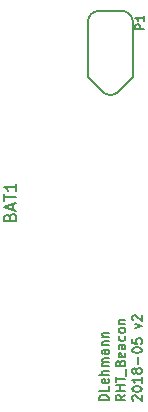
<source format=gto>
G04 #@! TF.FileFunction,Legend,Top*
%FSLAX46Y46*%
G04 Gerber Fmt 4.6, Leading zero omitted, Abs format (unit mm)*
G04 Created by KiCad (PCBNEW 4.0.7-e2-6376~61~ubuntu18.04.1) date Mon Jun  4 01:42:22 2018*
%MOMM*%
%LPD*%
G01*
G04 APERTURE LIST*
%ADD10C,0.100000*%
%ADD11C,0.200000*%
%ADD12C,0.127000*%
%ADD13C,0.150000*%
G04 APERTURE END LIST*
D10*
D11*
X116690905Y-131000524D02*
X115890905Y-131000524D01*
X115890905Y-130810048D01*
X115929000Y-130695762D01*
X116005190Y-130619571D01*
X116081381Y-130581476D01*
X116233762Y-130543381D01*
X116348048Y-130543381D01*
X116500429Y-130581476D01*
X116576619Y-130619571D01*
X116652810Y-130695762D01*
X116690905Y-130810048D01*
X116690905Y-131000524D01*
X116690905Y-129819571D02*
X116690905Y-130200524D01*
X115890905Y-130200524D01*
X116652810Y-129248143D02*
X116690905Y-129324333D01*
X116690905Y-129476714D01*
X116652810Y-129552905D01*
X116576619Y-129591000D01*
X116271857Y-129591000D01*
X116195667Y-129552905D01*
X116157571Y-129476714D01*
X116157571Y-129324333D01*
X116195667Y-129248143D01*
X116271857Y-129210048D01*
X116348048Y-129210048D01*
X116424238Y-129591000D01*
X116690905Y-128867191D02*
X115890905Y-128867191D01*
X116690905Y-128524334D02*
X116271857Y-128524334D01*
X116195667Y-128562429D01*
X116157571Y-128638619D01*
X116157571Y-128752905D01*
X116195667Y-128829096D01*
X116233762Y-128867191D01*
X116690905Y-128143381D02*
X116157571Y-128143381D01*
X116233762Y-128143381D02*
X116195667Y-128105286D01*
X116157571Y-128029095D01*
X116157571Y-127914809D01*
X116195667Y-127838619D01*
X116271857Y-127800524D01*
X116690905Y-127800524D01*
X116271857Y-127800524D02*
X116195667Y-127762428D01*
X116157571Y-127686238D01*
X116157571Y-127571952D01*
X116195667Y-127495762D01*
X116271857Y-127457667D01*
X116690905Y-127457667D01*
X116690905Y-126733857D02*
X116271857Y-126733857D01*
X116195667Y-126771952D01*
X116157571Y-126848142D01*
X116157571Y-127000523D01*
X116195667Y-127076714D01*
X116652810Y-126733857D02*
X116690905Y-126810047D01*
X116690905Y-127000523D01*
X116652810Y-127076714D01*
X116576619Y-127114809D01*
X116500429Y-127114809D01*
X116424238Y-127076714D01*
X116386143Y-127000523D01*
X116386143Y-126810047D01*
X116348048Y-126733857D01*
X116157571Y-126352904D02*
X116690905Y-126352904D01*
X116233762Y-126352904D02*
X116195667Y-126314809D01*
X116157571Y-126238618D01*
X116157571Y-126124332D01*
X116195667Y-126048142D01*
X116271857Y-126010047D01*
X116690905Y-126010047D01*
X116157571Y-125629094D02*
X116690905Y-125629094D01*
X116233762Y-125629094D02*
X116195667Y-125590999D01*
X116157571Y-125514808D01*
X116157571Y-125400522D01*
X116195667Y-125324332D01*
X116271857Y-125286237D01*
X116690905Y-125286237D01*
X118090905Y-130543381D02*
X117709952Y-130810048D01*
X118090905Y-131000524D02*
X117290905Y-131000524D01*
X117290905Y-130695762D01*
X117329000Y-130619571D01*
X117367095Y-130581476D01*
X117443286Y-130543381D01*
X117557571Y-130543381D01*
X117633762Y-130581476D01*
X117671857Y-130619571D01*
X117709952Y-130695762D01*
X117709952Y-131000524D01*
X118090905Y-130200524D02*
X117290905Y-130200524D01*
X117671857Y-130200524D02*
X117671857Y-129743381D01*
X118090905Y-129743381D02*
X117290905Y-129743381D01*
X117290905Y-129476715D02*
X117290905Y-129019572D01*
X118090905Y-129248143D02*
X117290905Y-129248143D01*
X118167095Y-128943381D02*
X118167095Y-128333857D01*
X117671857Y-127876714D02*
X117709952Y-127762428D01*
X117748048Y-127724333D01*
X117824238Y-127686238D01*
X117938524Y-127686238D01*
X118014714Y-127724333D01*
X118052810Y-127762428D01*
X118090905Y-127838619D01*
X118090905Y-128143381D01*
X117290905Y-128143381D01*
X117290905Y-127876714D01*
X117329000Y-127800524D01*
X117367095Y-127762428D01*
X117443286Y-127724333D01*
X117519476Y-127724333D01*
X117595667Y-127762428D01*
X117633762Y-127800524D01*
X117671857Y-127876714D01*
X117671857Y-128143381D01*
X118052810Y-127038619D02*
X118090905Y-127114809D01*
X118090905Y-127267190D01*
X118052810Y-127343381D01*
X117976619Y-127381476D01*
X117671857Y-127381476D01*
X117595667Y-127343381D01*
X117557571Y-127267190D01*
X117557571Y-127114809D01*
X117595667Y-127038619D01*
X117671857Y-127000524D01*
X117748048Y-127000524D01*
X117824238Y-127381476D01*
X118090905Y-126314810D02*
X117671857Y-126314810D01*
X117595667Y-126352905D01*
X117557571Y-126429095D01*
X117557571Y-126581476D01*
X117595667Y-126657667D01*
X118052810Y-126314810D02*
X118090905Y-126391000D01*
X118090905Y-126581476D01*
X118052810Y-126657667D01*
X117976619Y-126695762D01*
X117900429Y-126695762D01*
X117824238Y-126657667D01*
X117786143Y-126581476D01*
X117786143Y-126391000D01*
X117748048Y-126314810D01*
X118052810Y-125591000D02*
X118090905Y-125667190D01*
X118090905Y-125819571D01*
X118052810Y-125895762D01*
X118014714Y-125933857D01*
X117938524Y-125971952D01*
X117709952Y-125971952D01*
X117633762Y-125933857D01*
X117595667Y-125895762D01*
X117557571Y-125819571D01*
X117557571Y-125667190D01*
X117595667Y-125591000D01*
X118090905Y-125133857D02*
X118052810Y-125210048D01*
X118014714Y-125248143D01*
X117938524Y-125286238D01*
X117709952Y-125286238D01*
X117633762Y-125248143D01*
X117595667Y-125210048D01*
X117557571Y-125133857D01*
X117557571Y-125019571D01*
X117595667Y-124943381D01*
X117633762Y-124905286D01*
X117709952Y-124867190D01*
X117938524Y-124867190D01*
X118014714Y-124905286D01*
X118052810Y-124943381D01*
X118090905Y-125019571D01*
X118090905Y-125133857D01*
X117557571Y-124524333D02*
X118090905Y-124524333D01*
X117633762Y-124524333D02*
X117595667Y-124486238D01*
X117557571Y-124410047D01*
X117557571Y-124295761D01*
X117595667Y-124219571D01*
X117671857Y-124181476D01*
X118090905Y-124181476D01*
X118767095Y-131038619D02*
X118729000Y-131000524D01*
X118690905Y-130924333D01*
X118690905Y-130733857D01*
X118729000Y-130657667D01*
X118767095Y-130619571D01*
X118843286Y-130581476D01*
X118919476Y-130581476D01*
X119033762Y-130619571D01*
X119490905Y-131076714D01*
X119490905Y-130581476D01*
X118690905Y-130086238D02*
X118690905Y-130010047D01*
X118729000Y-129933857D01*
X118767095Y-129895762D01*
X118843286Y-129857666D01*
X118995667Y-129819571D01*
X119186143Y-129819571D01*
X119338524Y-129857666D01*
X119414714Y-129895762D01*
X119452810Y-129933857D01*
X119490905Y-130010047D01*
X119490905Y-130086238D01*
X119452810Y-130162428D01*
X119414714Y-130200524D01*
X119338524Y-130238619D01*
X119186143Y-130276714D01*
X118995667Y-130276714D01*
X118843286Y-130238619D01*
X118767095Y-130200524D01*
X118729000Y-130162428D01*
X118690905Y-130086238D01*
X119490905Y-129057666D02*
X119490905Y-129514809D01*
X119490905Y-129286238D02*
X118690905Y-129286238D01*
X118805190Y-129362428D01*
X118881381Y-129438619D01*
X118919476Y-129514809D01*
X119033762Y-128600523D02*
X118995667Y-128676714D01*
X118957571Y-128714809D01*
X118881381Y-128752904D01*
X118843286Y-128752904D01*
X118767095Y-128714809D01*
X118729000Y-128676714D01*
X118690905Y-128600523D01*
X118690905Y-128448142D01*
X118729000Y-128371952D01*
X118767095Y-128333856D01*
X118843286Y-128295761D01*
X118881381Y-128295761D01*
X118957571Y-128333856D01*
X118995667Y-128371952D01*
X119033762Y-128448142D01*
X119033762Y-128600523D01*
X119071857Y-128676714D01*
X119109952Y-128714809D01*
X119186143Y-128752904D01*
X119338524Y-128752904D01*
X119414714Y-128714809D01*
X119452810Y-128676714D01*
X119490905Y-128600523D01*
X119490905Y-128448142D01*
X119452810Y-128371952D01*
X119414714Y-128333856D01*
X119338524Y-128295761D01*
X119186143Y-128295761D01*
X119109952Y-128333856D01*
X119071857Y-128371952D01*
X119033762Y-128448142D01*
X119186143Y-127952904D02*
X119186143Y-127343380D01*
X118690905Y-126810047D02*
X118690905Y-126733856D01*
X118729000Y-126657666D01*
X118767095Y-126619571D01*
X118843286Y-126581475D01*
X118995667Y-126543380D01*
X119186143Y-126543380D01*
X119338524Y-126581475D01*
X119414714Y-126619571D01*
X119452810Y-126657666D01*
X119490905Y-126733856D01*
X119490905Y-126810047D01*
X119452810Y-126886237D01*
X119414714Y-126924333D01*
X119338524Y-126962428D01*
X119186143Y-127000523D01*
X118995667Y-127000523D01*
X118843286Y-126962428D01*
X118767095Y-126924333D01*
X118729000Y-126886237D01*
X118690905Y-126810047D01*
X118690905Y-125819570D02*
X118690905Y-126200523D01*
X119071857Y-126238618D01*
X119033762Y-126200523D01*
X118995667Y-126124332D01*
X118995667Y-125933856D01*
X119033762Y-125857666D01*
X119071857Y-125819570D01*
X119148048Y-125781475D01*
X119338524Y-125781475D01*
X119414714Y-125819570D01*
X119452810Y-125857666D01*
X119490905Y-125933856D01*
X119490905Y-126124332D01*
X119452810Y-126200523D01*
X119414714Y-126238618D01*
X118957571Y-124905284D02*
X119490905Y-124714808D01*
X118957571Y-124524332D01*
X118767095Y-124257665D02*
X118729000Y-124219570D01*
X118690905Y-124143379D01*
X118690905Y-123952903D01*
X118729000Y-123876713D01*
X118767095Y-123838617D01*
X118843286Y-123800522D01*
X118919476Y-123800522D01*
X119033762Y-123838617D01*
X119490905Y-124295760D01*
X119490905Y-123800522D01*
D12*
X118745000Y-98996500D02*
X118745000Y-103682800D01*
X114935000Y-98996500D02*
X114935000Y-103682800D01*
X117563900Y-104863900D02*
X118745000Y-103682800D01*
X116116100Y-104863900D02*
X114935000Y-103682800D01*
X116116100Y-104863900D02*
G75*
G03X117563900Y-104863900I723900J723900D01*
G01*
X115887500Y-98044000D02*
X117792500Y-98044000D01*
X118745000Y-98996500D02*
G75*
G03X117792500Y-98044000I-952500J0D01*
G01*
X115887500Y-98044000D02*
G75*
G03X114935000Y-98996500I0J-952500D01*
G01*
D13*
X108348571Y-115495285D02*
X108396190Y-115352428D01*
X108443810Y-115304809D01*
X108539048Y-115257190D01*
X108681905Y-115257190D01*
X108777143Y-115304809D01*
X108824762Y-115352428D01*
X108872381Y-115447666D01*
X108872381Y-115828619D01*
X107872381Y-115828619D01*
X107872381Y-115495285D01*
X107920000Y-115400047D01*
X107967619Y-115352428D01*
X108062857Y-115304809D01*
X108158095Y-115304809D01*
X108253333Y-115352428D01*
X108300952Y-115400047D01*
X108348571Y-115495285D01*
X108348571Y-115828619D01*
X108586667Y-114876238D02*
X108586667Y-114400047D01*
X108872381Y-114971476D02*
X107872381Y-114638143D01*
X108872381Y-114304809D01*
X107872381Y-114114333D02*
X107872381Y-113542904D01*
X108872381Y-113828619D02*
X107872381Y-113828619D01*
X108872381Y-112685761D02*
X108872381Y-113257190D01*
X108872381Y-112971476D02*
X107872381Y-112971476D01*
X108015238Y-113066714D01*
X108110476Y-113161952D01*
X108158095Y-113257190D01*
D12*
X119722416Y-99618679D02*
X118965496Y-99618679D01*
X118965496Y-99330328D01*
X119001540Y-99258241D01*
X119037584Y-99222197D01*
X119109671Y-99186153D01*
X119217803Y-99186153D01*
X119289890Y-99222197D01*
X119325934Y-99258241D01*
X119361978Y-99330328D01*
X119361978Y-99618679D01*
X119722416Y-98465277D02*
X119722416Y-98897803D01*
X119722416Y-98681540D02*
X118965496Y-98681540D01*
X119073628Y-98753628D01*
X119145715Y-98825715D01*
X119181759Y-98897803D01*
M02*

</source>
